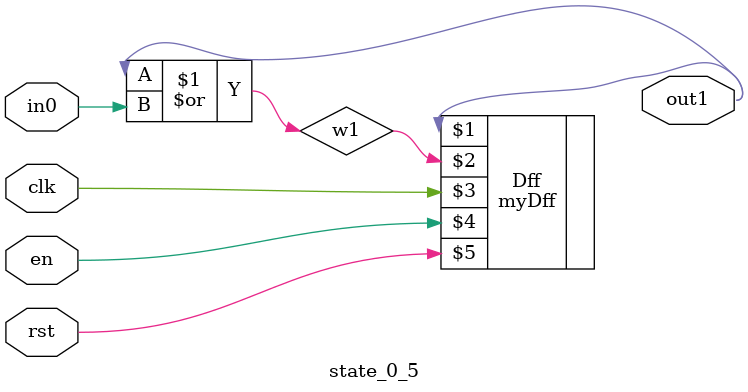
<source format=v>
module engine_0(out,clk,sod,en,char);
//pcre: /a°\010°[abc\x3a]*°b/smi
	input [7:0] char;
	input clk,sod,en;
	output out;

	charBlock_0_0 BC_0_0 (char_0_0,char);
	charBlock_0_1 BC_0_1 (char_0_1,char);
	charBlock_0_2 BC_0_2 (char_0_2,char);
	charBlock_0_3 BC_0_3 (char_0_3,char);

	state_0_0 St_0 (y1,1'b0,clk,en,sod);
	assign w0 = ~y1;
	state_0_1 BS_0_1 (w1,char_0_0,clk,en,sod,w0);
	state_0_2 BS_0_2 (w2,char_0_1,clk,en,sod,w1);
	state_0_3 BS_0_3 (w3,char_0_2,clk,en,sod,w3,w2);
	state_0_4 BS_0_4 (w4,char_0_3,clk,en,sod,w3,w2);
	state_0_5 BS_0_5 (out,clk,en,sod,w4);
endmodule

module charBlock_0_0(out, char);
// Char: a
	input [7:0] char;
	output out;
	assign out = ((char == 8'b1100001) || (char == 8'b1000001)) ? 1'b1 : 1'b0;
endmodule

module charBlock_0_1(out, char);
// Hex: a
	input [7:0] char;
	output out;
	assign out = (char == 8'b1010) ? 1 : 0;
endmodule

module charBlock_0_2(out, char);
// Char class: [abc\x3a]
	input [7:0] char;
	output out;
	assign out = (0 || (char == 8'b1100001)|| (char == 8'b1100010)|| (char == 8'b1100011)|| (char == 8'b111010)) ? 1'b1 : 1'b0;
endmodule

module charBlock_0_3(out, char);
// Char: b
	input [7:0] char;
	output out;
	assign out = ((char == 8'b1100010) || (char == 8'b1000010)) ? 1'b1 : 1'b0;
endmodule


module state_0_0(out1,in1,clk,en,rst);
	input in1,clk,rst,en;
	output out1;
	myDff Dff (out1,in1,clk,en,rst);
endmodule

module state_0_1(out1,in_char,clk,en,rst,in0);
	input in_char,clk,en,rst,in0;
	output out1;
	wire w1,w2;
	or(w1,in0);
	and(w2,in_char,w1);
	myDff Dff (out1,w2,clk,en,rst);
endmodule

module state_0_2(out1,in_char,clk,en,rst,in0);
	input in_char,clk,en,rst,in0;
	output out1;
	wire w1,w2;
	or(w1,in0);
	and(w2,in_char,w1);
	myDff Dff (out1,w2,clk,en,rst);
endmodule

module state_0_3(out1,in_char,clk,en,rst,in0,in1);
	input in_char,clk,en,rst,in0,in1;
	output out1;
	wire w1,w2;
	or(w1,in0,in1);
	and(w2,in_char,w1);
	myDff Dff (out1,w2,clk,en,rst);
endmodule

module state_0_4(out1,in_char,clk,en,rst,in0,in1);
	input in_char,clk,en,rst,in0,in1;
	output out1;
	wire w1,w2;
	or(w1,in0,in1);
	and(w2,in_char,w1);
	myDff Dff (out1,w2,clk,en,rst);
endmodule

module state_0_5(out1,clk,en,rst,in0);
	input clk,rst,en,in0;
	output out1;
	wire w1;
	or(w1,out1,in0);
	myDff Dff (out1,w1,clk,en,rst);
endmodule


</source>
